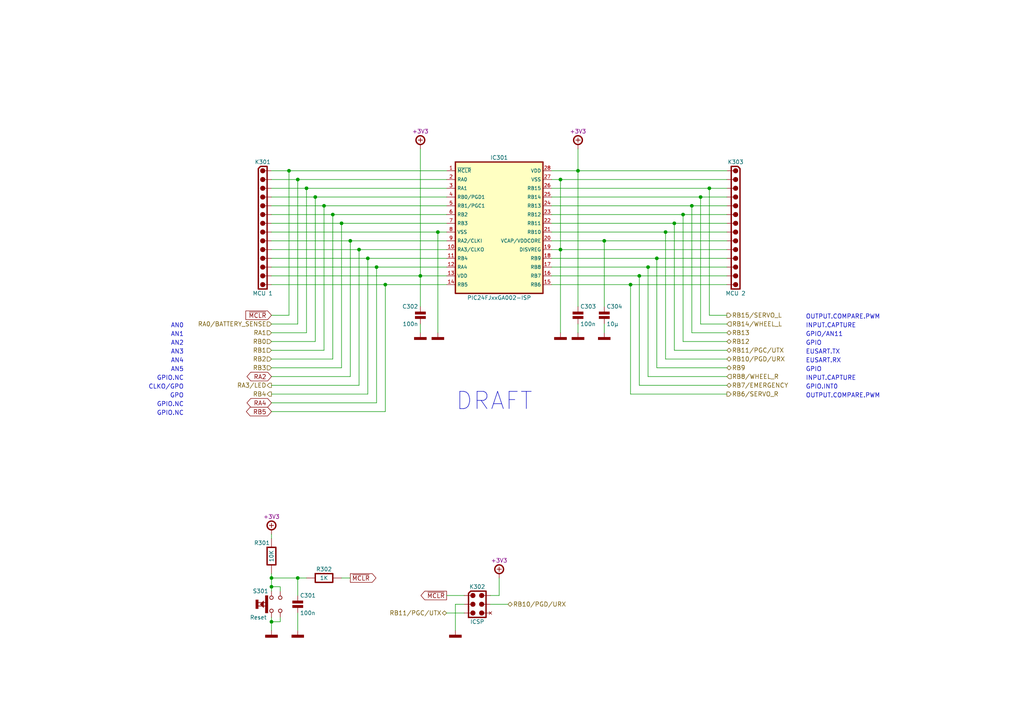
<source format=kicad_sch>
(kicad_sch (version 20211123) (generator eeschema)
  (paper "A4")
  (title_block (title "MCU") (date "01/2022") (rev "A") (comment 1 "TBOT - MCU PIC-16Bit"))
  (lib_symbols
    (symbol "tronixio:ALPS-SKRPAC" (pin_numbers hide) (pin_names (offset 0) hide)
      (property "Reference" "S" (at 0 7.62 0))
      (property "Value" "ALPS-SKRPAC" (at 0 -5.08 0))
      (symbol "ALPS-SKRPAC_0_1"
        (rectangle (start -2.54 1.778) (end 2.54 1.016) (stroke (width 0.001)) (fill (type outline)))
        (circle (center -1.905 -2.54) (radius 0.508) (stroke (width 0.2)))
        (circle (center -1.905 0) (radius 0.508) (stroke (width 0.2)))
        (rectangle (start -1.27 4.572) (end 1.27 3.81) (stroke (width 0.001)) (fill (type outline)))
        (polyline (pts (xy -0.508 1.778) (xy -0.508 3.81)) (stroke (width 0.2)))
        (polyline (pts (xy 0.508 1.778) (xy 0.508 3.81)) (stroke (width 0.2)))
        (polyline (pts (xy -1.016 2.286) (xy 1.016 2.286) (xy 0 3.302) (xy -1.016 2.286)) (stroke (width 0.001)) (fill (type outline)))
        (circle (center 1.905 -2.54) (radius 0.508) (stroke (width 0.2)))
        (circle (center 1.905 0) (radius 0.508) (stroke (width 0.2)))
        (pin passive line (at -3.81 0 0) (length 1.27) (name "1") (number "1"))
        (pin passive line (at -3.81 -2.54 0) (length 1.27) (name "2") (number "2"))
        (pin passive line (at 3.81 0 180) (length 1.27) (name "3") (number "3"))
        (pin passive line (at 3.81 -2.54 180) (length 1.27) (name "4") (number "4"))
      )
    )
    (symbol "tronixio:C-1206" (pin_numbers hide) (pin_names (offset 0) hide)
      (property "Reference" "C" (at 0.635 2.54 0))
      (property "Value" "C-1206" (at 0.635 -2.54 0))
      (symbol "C-1206_0_1"
        (rectangle (start -1.524 -0.254) (end 1.524 -1.016) (stroke (width 0.001)) (fill (type outline)))
        (rectangle (start -1.524 1.016) (end 1.524 0.254) (stroke (width 0.001)) (fill (type outline)))
      )
      (symbol "C-1206_1_1"
        (pin passive line (at 0 2.54 270) (length 1.905) (name "~") (number "1"))
        (pin passive line (at 0 -2.54 90) (length 1.905) (name "~") (number "2"))
      )
    )
    (symbol "tronixio:HARWIN-254-M-1X14-VERTICAL" (pin_numbers hide) (pin_names (offset 0) hide)
      (property "Reference" "K" (at 0 2.54 0))
      (property "Value" "HARWIN-254-M-1X14-VERTICAL" (at 0 -35.56 0))
      (symbol "HARWIN-254-M-1X14-VERTICAL_0_1"
        (circle (center 0 -33.02) (radius 0.635) (stroke (width 0.2)) (fill (type outline)))
        (circle (center 0 -30.48) (radius 0.635) (stroke (width 0.2)) (fill (type outline)))
        (circle (center 0 -27.94) (radius 0.635) (stroke (width 0.2)) (fill (type outline)))
        (circle (center 0 -25.4) (radius 0.635) (stroke (width 0.2)) (fill (type outline)))
        (circle (center 0 -22.86) (radius 0.635) (stroke (width 0.2)) (fill (type outline)))
        (circle (center 0 -20.32) (radius 0.635) (stroke (width 0.2)) (fill (type outline)))
        (circle (center 0 -17.78) (radius 0.635) (stroke (width 0.2)) (fill (type outline)))
        (circle (center 0 -15.24) (radius 0.635) (stroke (width 0.2)) (fill (type outline)))
        (circle (center 0 -12.7) (radius 0.635) (stroke (width 0.2)) (fill (type outline)))
        (circle (center 0 -10.16) (radius 0.635) (stroke (width 0.2)) (fill (type outline)))
        (circle (center 0 -7.62) (radius 0.635) (stroke (width 0.2)) (fill (type outline)))
        (circle (center 0 -5.08) (radius 0.635) (stroke (width 0.2)) (fill (type outline)))
        (circle (center 0 -2.54) (radius 0.635) (stroke (width 0.2)) (fill (type outline)))
        (polyline (pts (xy -1.27 -34.29) (xy 1.27 -34.29) (xy 1.27 0.635) (xy 0.635 1.27) (xy -1.27 1.27) (xy -1.27 -34.29)) (stroke (width 0.4)))
        (circle (center 0 0) (radius 0.635) (stroke (width 0.2)) (fill (type outline)))
      )
      (symbol "HARWIN-254-M-1X14-VERTICAL_1_1"
        (pin passive line (at -2.54 0 0) (length 1.905) (name "Pin_1") (number "1"))
        (pin passive line (at -2.54 -22.86 0) (length 1.905) (name "Pin_10") (number "10"))
        (pin passive line (at -2.54 -25.4 0) (length 1.905) (name "Pin_11") (number "11"))
        (pin passive line (at -2.54 -27.94 0) (length 1.905) (name "Pin_12") (number "12"))
        (pin passive line (at -2.54 -30.48 0) (length 1.905) (name "Pin_13") (number "13"))
        (pin passive line (at -2.54 -33.02 0) (length 1.905) (name "Pin_14") (number "14"))
        (pin passive line (at -2.54 -2.54 0) (length 1.905) (name "Pin_2") (number "2"))
        (pin passive line (at -2.54 -5.08 0) (length 1.905) (name "Pin_3") (number "3"))
        (pin passive line (at -2.54 -7.62 0) (length 1.905) (name "Pin_4") (number "4"))
        (pin passive line (at -2.54 -10.16 0) (length 1.905) (name "Pin_5") (number "5"))
        (pin passive line (at -2.54 -12.7 0) (length 1.905) (name "Pin_6") (number "6"))
        (pin passive line (at -2.54 -15.24 0) (length 1.905) (name "Pin_7") (number "7"))
        (pin passive line (at -2.54 -17.78 0) (length 1.905) (name "Pin_8") (number "8"))
        (pin passive line (at -2.54 -20.32 0) (length 1.905) (name "Pin_9") (number "9"))
      )
    )
    (symbol "tronixio:MICROCHIP-ICSP-M-2x03" (pin_numbers hide) (pin_names (offset 0) hide)
      (property "Reference" "K" (at 1.27 2.54 0))
      (property "Value" "MICROCHIP-ICSP-M-2x03" (at 1.27 -7.62 0))
      (symbol "MICROCHIP-ICSP-M-2x03_0_0"
        (circle (center 0 -5.08) (radius 0.635) (stroke (width 0.2)) (fill (type outline)))
        (circle (center 0 -2.54) (radius 0.635) (stroke (width 0.2)) (fill (type outline)))
        (polyline (pts (xy -1.27 -6.35) (xy 3.81 -6.35) (xy 3.81 1.27) (xy -0.635 1.27) (xy -1.27 0.635) (xy -1.27 -6.35)) (stroke (width 0.4)))
        (circle (center 0 0) (radius 0.635) (stroke (width 0.2)) (fill (type outline)))
        (circle (center 2.54 -5.08) (radius 0.635) (stroke (width 0.2)) (fill (type outline)))
        (circle (center 2.54 -2.54) (radius 0.635) (stroke (width 0.2)) (fill (type outline)))
        (circle (center 2.54 0) (radius 0.635) (stroke (width 0.2)) (fill (type outline)))
      )
      (symbol "MICROCHIP-ICSP-M-2x03_1_1"
        (pin input line (at -2.54 0 0) (length 1.905) (name "~{MCLR}") (number "1"))
        (pin power_in line (at 5.08 0 180) (length 1.905) (name "VDD") (number "2"))
        (pin passive line (at -2.54 -2.54 0) (length 1.905) (name "GND") (number "3"))
        (pin bidirectional line (at 5.08 -2.54 180) (length 1.905) (name "PGD") (number "4"))
        (pin input line (at -2.54 -5.08 0) (length 1.905) (name "PGC") (number "5"))
        (pin no_connect line (at 5.08 -5.08 180) (length 1.905) (name "NC") (number "6"))
      )
    )
    (symbol "tronixio:MICROCHIP-PIC24FJxxGA002-ISP" (pin_names (offset 0.5))
      (property "Reference" "IC" (at 0 22.86 0))
      (property "Value" "MICROCHIP-PIC24FJxxGA002-ISP" (at 0 20.32 0))
      (symbol "MICROCHIP-PIC24FJxxGA002-ISP_0_1"
        (rectangle (start -12.7 -19.05) (end 12.7 19.05) (stroke (width 0.4)) (fill (type background)))
      )
      (symbol "MICROCHIP-PIC24FJxxGA002-ISP_1_1"
        (pin input line (at -15.24 16.51 0) (length 2.54) (name "~{MCLR}") (number "1"))
        (pin bidirectional line (at -15.24 -6.35 0) (length 2.54) (name "RA3/CLKO") (number "10"))
        (pin bidirectional line (at -15.24 -8.89 0) (length 2.54) (name "RB4") (number "11"))
        (pin bidirectional line (at -15.24 -11.43 0) (length 2.54) (name "RA4") (number "12"))
        (pin power_in line (at -15.24 -13.97 0) (length 2.54) (name "VDD") (number "13"))
        (pin bidirectional line (at -15.24 -16.51 0) (length 2.54) (name "RB5") (number "14"))
        (pin bidirectional line (at 15.24 -16.51 180) (length 2.54) (name "RB6") (number "15"))
        (pin bidirectional line (at 15.24 -13.97 180) (length 2.54) (name "RB7") (number "16"))
        (pin bidirectional line (at 15.24 -11.43 180) (length 2.54) (name "RB8") (number "17"))
        (pin bidirectional line (at 15.24 -8.89 180) (length 2.54) (name "RB9") (number "18"))
        (pin power_in line (at 15.24 -6.35 180) (length 2.54) (name "DISVREG") (number "19"))
        (pin bidirectional line (at -15.24 13.97 0) (length 2.54) (name "RA0") (number "2"))
        (pin power_in line (at 15.24 -3.81 180) (length 2.54) (name "VCAP/VDDCORE") (number "20"))
        (pin bidirectional line (at 15.24 -1.27 180) (length 2.54) (name "RB10") (number "21"))
        (pin bidirectional line (at 15.24 1.27 180) (length 2.54) (name "RB11") (number "22"))
        (pin bidirectional line (at 15.24 3.81 180) (length 2.54) (name "RB12") (number "23"))
        (pin bidirectional line (at 15.24 6.35 180) (length 2.54) (name "RB13") (number "24"))
        (pin bidirectional line (at 15.24 8.89 180) (length 2.54) (name "RB14") (number "25"))
        (pin bidirectional line (at 15.24 11.43 180) (length 2.54) (name "RB15") (number "26"))
        (pin power_in line (at 15.24 13.97 180) (length 2.54) (name "VSS") (number "27"))
        (pin power_in line (at 15.24 16.51 180) (length 2.54) (name "VDD") (number "28"))
        (pin bidirectional line (at -15.24 11.43 0) (length 2.54) (name "RA1") (number "3"))
        (pin bidirectional line (at -15.24 8.89 0) (length 2.54) (name "RB0/PGD1") (number "4"))
        (pin bidirectional line (at -15.24 6.35 0) (length 2.54) (name "RB1/PGC1") (number "5"))
        (pin bidirectional line (at -15.24 3.81 0) (length 2.54) (name "RB2") (number "6"))
        (pin bidirectional line (at -15.24 1.27 0) (length 2.54) (name "RB3") (number "7"))
        (pin power_in line (at -15.24 -1.27 0) (length 2.54) (name "VSS") (number "8"))
        (pin bidirectional line (at -15.24 -3.81 0) (length 2.54) (name "RA2/CLKI") (number "9"))
      )
    )
    (symbol "tronixio:POWER-+3V3" (power) (pin_numbers hide) (pin_names (offset 0) hide)
      (property "Name" "+3V3" (at 0 5.08 0))
      (symbol "POWER-+3V3_0_1"
        (polyline (pts (xy -0.635 2.54) (xy 0.635 2.54)) (stroke (width 0.2)))
        (polyline (pts (xy 0 1.905) (xy 0 3.175)) (stroke (width 0.2)))
        (circle (center 0 2.54) (radius 1.27) (stroke (width 0.4)))
      )
      (symbol "POWER-+3V3_1_1"
        (pin power_in line (at 0 0 90) (length 1.27) (name "+3V3") (number "1"))
      )
    )
    (symbol "tronixio:POWER-GND" (power) (pin_numbers hide) (pin_names (offset 0) hide)
      (symbol "POWER-GND_0_1"
        (rectangle (start -1.778 -2.032) (end 1.778 -1.27) (stroke (width 0.001)) (fill (type outline)))
      )
      (symbol "POWER-GND_1_1"
        (pin power_in line (at 0 0 270) (length 1.27) (name "GND") (number "1"))
      )
    )
    (symbol "tronixio:R-1206" (pin_numbers hide) (pin_names (offset 0) hide)
      (property "Reference" "R" (at 2.54 0 90))
      (property "Value" "R-1206" (at 0 0 90))
      (symbol "R-1206_0_1"
        (rectangle (start -1.27 -2.54) (end 1.27 2.54) (stroke (width 0.4)))
      )
      (symbol "R-1206_1_1"
        (pin passive line (at 0 5.08 270) (length 2.54) (name "~") (number "1"))
        (pin passive line (at 0 -5.08 90) (length 2.54) (name "~") (number "2"))
      )
    )
  )
  (junction (at 78.74 167.64) (diameter 0.9144))
  (junction (at 99.06 64.77))
  (junction (at 190.5 74.93))
  (junction (at 106.68 74.93))
  (junction (at 182.88 82.55))
  (junction (at 162.56 72.39))
  (junction (at 86.36 52.07))
  (junction (at 101.6 69.85))
  (junction (at 86.36 167.64))
  (junction (at 109.22 77.47))
  (junction (at 93.98 59.69))
  (junction (at 205.74 54.61))
  (junction (at 111.76 82.55))
  (junction (at 200.66 59.69))
  (junction (at 203.2 57.15))
  (junction (at 88.9 54.61))
  (junction (at 121.92 80.01))
  (junction (at 193.04 67.31))
  (junction (at 78.74 180.34) (diameter 0.9144))
  (junction (at 195.58 64.77))
  (junction (at 167.64 49.53))
  (junction (at 96.52 62.23))
  (junction (at 127 67.31))
  (junction (at 185.42 80.01))
  (junction (at 187.96 77.47))
  (junction (at 198.12 62.23))
  (junction (at 91.44 57.15))
  (junction (at 78.74 170.18) (diameter 0.9144))
  (junction (at 175.26 69.85))
  (junction (at 83.82 49.53))
  (junction (at 104.14 72.39))
  (junction (at 162.56 52.07))
  (wire (pts (xy 132.08 175.26) (xy 132.08 182.88)))
  (wire (pts (xy 134.62 175.26) (xy 132.08 175.26)))
  (wire (pts (xy 160.02 49.53) (xy 167.64 49.53)))
  (wire (pts (xy 121.92 80.01) (xy 129.54 80.01)))
  (wire (pts (xy 127 67.31) (xy 127 96.52)))
  (wire (pts (xy 78.74 67.31) (xy 127 67.31)))
  (wire (pts (xy 190.5 74.93) (xy 210.82 74.93)))
  (wire (pts (xy 78.74 57.15) (xy 91.44 57.15)))
  (wire (pts (xy 86.36 52.07) (xy 86.36 93.98)))
  (wire (pts (xy 78.74 167.64) (xy 86.36 167.64)))
  (wire (pts (xy 86.36 172.72) (xy 86.36 167.64)))
  (wire (pts (xy 101.6 69.85) (xy 129.54 69.85)))
  (wire (pts (xy 160.02 82.55) (xy 182.88 82.55)))
  (wire (pts (xy 160.02 67.31) (xy 193.04 67.31)))
  (wire (pts (xy 86.36 52.07) (xy 129.54 52.07)))
  (wire (pts (xy 160.02 72.39) (xy 162.56 72.39)))
  (wire (pts (xy 210.82 114.3) (xy 182.88 114.3)))
  (wire (pts (xy 210.82 106.68) (xy 190.5 106.68)))
  (wire (pts (xy 193.04 104.14) (xy 210.82 104.14)))
  (wire (pts (xy 200.66 59.69) (xy 200.66 96.52)))
  (wire (pts (xy 99.06 64.77) (xy 129.54 64.77)))
  (wire (pts (xy 175.26 96.52) (xy 175.26 93.98)))
  (wire (pts (xy 127 67.31) (xy 129.54 67.31)))
  (wire (pts (xy 198.12 62.23) (xy 198.12 99.06)))
  (wire (pts (xy 193.04 67.31) (xy 193.04 104.14)))
  (wire (pts (xy 185.42 80.01) (xy 210.82 80.01)))
  (wire (pts (xy 187.96 77.47) (xy 210.82 77.47)))
  (wire (pts (xy 160.02 69.85) (xy 175.26 69.85)))
  (wire (pts (xy 195.58 64.77) (xy 195.58 101.6)))
  (wire (pts (xy 200.66 59.69) (xy 210.82 59.69)))
  (wire (pts (xy 83.82 49.53) (xy 129.54 49.53)))
  (wire (pts (xy 160.02 74.93) (xy 190.5 74.93)))
  (wire (pts (xy 160.02 52.07) (xy 162.56 52.07)))
  (wire (pts (xy 205.74 54.61) (xy 210.82 54.61)))
  (wire (pts (xy 78.74 80.01) (xy 121.92 80.01)))
  (wire (pts (xy 83.82 49.53) (xy 83.82 91.44)))
  (wire (pts (xy 162.56 72.39) (xy 162.56 96.52)))
  (wire (pts (xy 198.12 62.23) (xy 210.82 62.23)))
  (wire (pts (xy 91.44 57.15) (xy 129.54 57.15)))
  (wire (pts (xy 78.74 119.38) (xy 111.76 119.38)))
  (wire (pts (xy 78.74 69.85) (xy 101.6 69.85)))
  (wire (pts (xy 162.56 52.07) (xy 162.56 72.39)))
  (wire (pts (xy 167.64 43.18) (xy 167.64 49.53)))
  (wire (pts (xy 129.54 177.8) (xy 134.62 177.8)))
  (wire (pts (xy 195.58 64.77) (xy 210.82 64.77)))
  (wire (pts (xy 182.88 82.55) (xy 182.88 114.3)))
  (wire (pts (xy 99.06 167.64) (xy 101.6 167.64)))
  (wire (pts (xy 78.74 109.22) (xy 101.6 109.22)))
  (wire (pts (xy 78.74 154.94) (xy 78.74 156.21)))
  (wire (pts (xy 111.76 82.55) (xy 111.76 119.38)))
  (wire (pts (xy 78.74 111.76) (xy 104.14 111.76)))
  (wire (pts (xy 96.52 62.23) (xy 129.54 62.23)))
  (wire (pts (xy 101.6 69.85) (xy 101.6 109.22)))
  (wire (pts (xy 78.74 170.18) (xy 81.28 170.18)))
  (wire (pts (xy 81.28 171.45) (xy 81.28 170.18)))
  (wire (pts (xy 167.64 96.52) (xy 167.64 93.98)))
  (wire (pts (xy 78.74 180.34) (xy 81.28 180.34)))
  (wire (pts (xy 81.28 179.07) (xy 81.28 180.34)))
  (wire (pts (xy 203.2 57.15) (xy 210.82 57.15)))
  (wire (pts (xy 187.96 77.47) (xy 187.96 109.22)))
  (wire (pts (xy 78.74 72.39) (xy 104.14 72.39)))
  (wire (pts (xy 193.04 67.31) (xy 210.82 67.31)))
  (wire (pts (xy 99.06 64.77) (xy 99.06 106.68)))
  (wire (pts (xy 160.02 59.69) (xy 200.66 59.69)))
  (wire (pts (xy 78.74 114.3) (xy 106.68 114.3)))
  (wire (pts (xy 121.92 80.01) (xy 121.92 88.9)))
  (wire (pts (xy 78.74 96.52) (xy 88.9 96.52)))
  (wire (pts (xy 195.58 101.6) (xy 210.82 101.6)))
  (wire (pts (xy 104.14 72.39) (xy 129.54 72.39)))
  (wire (pts (xy 162.56 72.39) (xy 210.82 72.39)))
  (wire (pts (xy 109.22 77.47) (xy 129.54 77.47)))
  (wire (pts (xy 78.74 54.61) (xy 88.9 54.61)))
  (wire (pts (xy 142.24 172.72) (xy 144.78 172.72)))
  (wire (pts (xy 144.78 167.64) (xy 144.78 172.72)))
  (wire (pts (xy 78.74 59.69) (xy 93.98 59.69)))
  (wire (pts (xy 86.36 167.64) (xy 88.9 167.64)))
  (wire (pts (xy 88.9 54.61) (xy 129.54 54.61)))
  (wire (pts (xy 182.88 82.55) (xy 210.82 82.55)))
  (wire (pts (xy 162.56 52.07) (xy 210.82 52.07)))
  (wire (pts (xy 88.9 54.61) (xy 88.9 96.52)))
  (wire (pts (xy 78.74 166.37) (xy 78.74 167.64)))
  (wire (pts (xy 78.74 116.84) (xy 109.22 116.84)))
  (wire (pts (xy 160.02 77.47) (xy 187.96 77.47)))
  (wire (pts (xy 203.2 57.15) (xy 203.2 93.98)))
  (wire (pts (xy 78.74 179.07) (xy 78.74 180.34)))
  (wire (pts (xy 78.74 180.34) (xy 78.74 182.88)))
  (wire (pts (xy 203.2 93.98) (xy 210.82 93.98)))
  (wire (pts (xy 121.92 43.18) (xy 121.92 80.01)))
  (wire (pts (xy 121.92 93.98) (xy 121.92 96.52)))
  (wire (pts (xy 78.74 77.47) (xy 109.22 77.47)))
  (wire (pts (xy 160.02 54.61) (xy 205.74 54.61)))
  (wire (pts (xy 78.74 93.98) (xy 86.36 93.98)))
  (wire (pts (xy 78.74 49.53) (xy 83.82 49.53)))
  (wire (pts (xy 200.66 96.52) (xy 210.82 96.52)))
  (wire (pts (xy 198.12 99.06) (xy 210.82 99.06)))
  (wire (pts (xy 96.52 62.23) (xy 96.52 104.14)))
  (wire (pts (xy 78.74 64.77) (xy 99.06 64.77)))
  (wire (pts (xy 160.02 62.23) (xy 198.12 62.23)))
  (wire (pts (xy 142.24 175.26) (xy 147.32 175.26)))
  (wire (pts (xy 167.64 49.53) (xy 210.82 49.53)))
  (wire (pts (xy 205.74 54.61) (xy 205.74 91.44)))
  (wire (pts (xy 190.5 74.93) (xy 190.5 106.68)))
  (wire (pts (xy 78.74 106.68) (xy 99.06 106.68)))
  (wire (pts (xy 109.22 77.47) (xy 109.22 116.84)))
  (wire (pts (xy 175.26 69.85) (xy 175.26 88.9)))
  (wire (pts (xy 78.74 82.55) (xy 111.76 82.55)))
  (wire (pts (xy 93.98 59.69) (xy 93.98 101.6)))
  (wire (pts (xy 106.68 74.93) (xy 129.54 74.93)))
  (wire (pts (xy 210.82 111.76) (xy 185.42 111.76)))
  (wire (pts (xy 78.74 99.06) (xy 91.44 99.06)))
  (wire (pts (xy 160.02 64.77) (xy 195.58 64.77)))
  (wire (pts (xy 175.26 69.85) (xy 210.82 69.85)))
  (wire (pts (xy 91.44 57.15) (xy 91.44 99.06)))
  (wire (pts (xy 160.02 80.01) (xy 185.42 80.01)))
  (wire (pts (xy 86.36 177.8) (xy 86.36 182.88)))
  (wire (pts (xy 205.74 91.44) (xy 210.82 91.44)))
  (wire (pts (xy 111.76 82.55) (xy 129.54 82.55)))
  (wire (pts (xy 160.02 57.15) (xy 203.2 57.15)))
  (wire (pts (xy 129.54 172.72) (xy 134.62 172.72)))
  (wire (pts (xy 78.74 52.07) (xy 86.36 52.07)))
  (wire (pts (xy 78.74 167.64) (xy 78.74 170.18)))
  (wire (pts (xy 78.74 170.18) (xy 78.74 171.45)))
  (wire (pts (xy 185.42 80.01) (xy 185.42 111.76)))
  (wire (pts (xy 78.74 104.14) (xy 96.52 104.14)))
  (wire (pts (xy 187.96 109.22) (xy 210.82 109.22)))
  (wire (pts (xy 78.74 74.93) (xy 106.68 74.93)))
  (wire (pts (xy 167.64 49.53) (xy 167.64 88.9)))
  (wire (pts (xy 78.74 62.23) (xy 96.52 62.23)))
  (wire (pts (xy 104.14 72.39) (xy 104.14 111.76)))
  (wire (pts (xy 106.68 74.93) (xy 106.68 114.3)))
  (wire (pts (xy 93.98 59.69) (xy 129.54 59.69)))
  (wire (pts (xy 78.74 91.44) (xy 83.82 91.44)))
  (wire (pts (xy 78.74 101.6) (xy 93.98 101.6)))
  (text "GPIO" (at 233.68 100.33 0) (effects (font (size 1.27 1.27)) (justify left bottom)))
  (text "GPIO.NC" (at 53.34 120.65 180) (effects (font (size 1.27 1.27)) (justify right bottom)))
  (text "EUSART.RX" (at 233.68 105.41 0) (effects (font (size 1.27 1.27)) (justify left bottom)))
  (text "CLKO/GPO" (at 53.34 113.03 180) (effects (font (size 1.27 1.27)) (justify right bottom)))
  (text "DRAFT" (at 132.08 119.38 0) (effects (font (size 5 5)) (justify left bottom)))
  (text "INPUT.CAPTURE" (at 233.68 95.25 0) (effects (font (size 1.27 1.27)) (justify left bottom)))
  (text "AN3" (at 53.34 102.87 180) (effects (font (size 1.27 1.27)) (justify right bottom)))
  (text "GPIO" (at 233.68 107.95 0) (effects (font (size 1.27 1.27)) (justify left bottom)))
  (text "AN4" (at 53.34 105.41 180) (effects (font (size 1.27 1.27)) (justify right bottom)))
  (text "GPIO/AN11" (at 233.68 97.79 0) (effects (font (size 1.27 1.27)) (justify left bottom)))
  (text "GPO" (at 53.34 115.57 180) (effects (font (size 1.27 1.27)) (justify right bottom)))
  (text "OUTPUT.COMPARE.PWM" (at 233.68 115.57 0) (effects (font (size 1.27 1.27)) (justify left bottom)))
  (text "GPIO.NC" (at 53.34 118.11 180) (effects (font (size 1.27 1.27)) (justify right bottom)))
  (text "GPIO.NC" (at 53.34 110.49 180) (effects (font (size 1.27 1.27)) (justify right bottom)))
  (text "AN5" (at 53.34 107.95 180) (effects (font (size 1.27 1.27)) (justify right bottom)))
  (text "AN2" (at 53.34 100.33 180) (effects (font (size 1.27 1.27)) (justify right bottom)))
  (text "GPIO.INT0" (at 233.68 113.03 0) (effects (font (size 1.27 1.27)) (justify left bottom)))
  (text "INPUT.CAPTURE" (at 233.68 110.49 0) (effects (font (size 1.27 1.27)) (justify left bottom)))
  (text "OUTPUT.COMPARE.PWM" (at 233.68 92.71 0) (effects (font (size 1.27 1.27)) (justify left bottom)))
  (text "AN1" (at 53.34 97.79 180) (effects (font (size 1.27 1.27)) (justify right bottom)))
  (text "AN0" (at 53.34 95.25 180) (effects (font (size 1.27 1.27)) (justify right bottom)))
  (text "EUSART.TX" (at 233.68 102.87 0) (effects (font (size 1.27 1.27)) (justify left bottom)))
  (global_label "RA4" (shape bidirectional) (at 78.74 116.84 180) (property "Intersheet References" "${INTERSHEET_REFS}" (effects hide)))
  (global_label "~{MCLR}" (shape output) (at 129.54 172.72 180) (property "Intersheet References" "${INTERSHEET_REFS}" (effects hide)))
  (global_label "~{MCLR}" (shape output) (at 101.6 167.64 0) (property "Intersheet References" "${INTERSHEET_REFS}" (effects hide)))
  (global_label "RB5" (shape bidirectional) (at 78.74 119.38 180) (property "Intersheet References" "${INTERSHEET_REFS}" (effects hide)))
  (global_label "RA2" (shape bidirectional) (at 78.74 109.22 180) (property "Intersheet References" "${INTERSHEET_REFS}" (effects hide)))
  (global_label "~{MCLR}" (shape input) (at 78.74 91.44 180) (property "Intersheet References" "${INTERSHEET_REFS}" (effects hide)))
  (hierarchical_label "RB14{slash}WHEEL_L" (shape input) (at 210.82 93.98 0))
  (hierarchical_label "RB10{slash}PGD{slash}URX" (shape bidirectional) (at 210.82 104.14 0))
  (hierarchical_label "RB11{slash}PGC{slash}UTX" (shape bidirectional) (at 129.54 177.8 180))
  (hierarchical_label "RB7{slash}EMERGENCY" (shape bidirectional) (at 210.82 111.76 0))
  (hierarchical_label "RB3" (shape input) (at 78.74 106.68 180))
  (hierarchical_label "RB4" (shape output) (at 78.74 114.3 180))
  (hierarchical_label "RA3{slash}LED" (shape output) (at 78.74 111.76 180))
  (hierarchical_label "RA1" (shape input) (at 78.74 96.52 180))
  (hierarchical_label "RB8{slash}WHEEL_R" (shape input) (at 210.82 109.22 0))
  (hierarchical_label "RB6{slash}SERVO_R" (shape output) (at 210.82 114.3 0))
  (hierarchical_label "RB2" (shape input) (at 78.74 104.14 180))
  (hierarchical_label "RA0{slash}BATTERY_SENSE" (shape input) (at 78.74 93.98 180))
  (hierarchical_label "RB10{slash}PGD{slash}URX" (shape bidirectional) (at 147.32 175.26 0))
  (hierarchical_label "RB13" (shape bidirectional) (at 210.82 96.52 0))
  (hierarchical_label "RB0" (shape input) (at 78.74 99.06 180))
  (hierarchical_label "RB9" (shape bidirectional) (at 210.82 106.68 0))
  (hierarchical_label "RB1" (shape input) (at 78.74 101.6 180))
  (hierarchical_label "RB11{slash}PGC{slash}UTX" (shape bidirectional) (at 210.82 101.6 0))
  (hierarchical_label "RB15{slash}SERVO_L" (shape output) (at 210.82 91.44 0))
  (hierarchical_label "RB12" (shape bidirectional) (at 210.82 99.06 0))
  (symbol (lib_id "tronixio:POWER-+3V3") (at 121.92 43.18 0) (unit 1)
    (property "Reference" "#PWR0304" (effects hide))
    (property "Value" "POWER-+5V" (effects hide))
    (property "Name" "+3V3" (at 121.92 38.1 0) (effects (font (size 1.15 1.15))))
  )
  (symbol (lib_id "tronixio:ALPS-SKRPAC") (at 78.74 175.26 90) (unit 1)
    (property "Reference" "S301" (at 75.565 171.45 90) (effects (font (size 1.15 1.15))))
    (property "Value" "Reset" (at 74.93 179.07 90) (effects (font (size 1.15 1.15))))
    (property "Footprint" "tronixio:ALPS-SKRPAC" (effects hide))
    (property "Datasheet" "http://www.alps.com/prod/info/E/HTML/Tact/SurfaceMount/SKRP/SKRPACE010.html" (effects hide))
    (property "MOUSER" "688-SKRPACE010" (effects hide))
  )
  (symbol (lib_id "tronixio:C-1206") (at 121.92 91.44 0) (unit 1)
    (property "Reference" "C302" (at 121.285 88.9 0) (effects (font (size 1.15 1.15)) (justify right)))
    (property "Value" "100n" (at 121.285 93.98 0) (effects (font (size 1.15 1.15)) (justify right)))
    (property "Footprint" "tronixio:CAPACITOR-1206" (effects hide))
  )
  (symbol (lib_id "tronixio:HARWIN-254-M-1X14-VERTICAL") (at 213.36 49.53 0) (unit 1)
    (property "Reference" "K303" (at 213.36 46.99 0) (effects (font (size 1.15 1.15))))
    (property "Value" "MCU 2" (at 213.36 85.09 0) (effects (font (size 1.15 1.15))))
    (property "Footprint" "tronixio:HARWIN-M20-999144x" (effects hide))
    (property "Datasheet" "https://www.harwin.com/products/M20-9991446/" (effects hide))
    (property "MOUSER" "855-M20-999144" (effects hide))
  )
  (symbol (lib_id "tronixio:POWER-GND") (at 175.26 96.52 0) (unit 1)
    (property "Reference" "#PWR0312" (effects hide))
    (property "Value" "GND" (effects hide))
  )
  (symbol (lib_id "tronixio:C-1206") (at 86.36 175.26 0) (unit 1)
    (property "Reference" "C301" (at 86.995 172.72 0) (effects (font (size 1.15 1.15)) (justify left)))
    (property "Value" "100n" (at 86.995 177.8 0) (effects (font (size 1.15 1.15)) (justify left)))
    (property "Footprint" "tronixio:CAPACITOR-1206" (effects hide))
  )
  (symbol (lib_id "tronixio:MICROCHIP-PIC24FJxxGA002-ISP") (at 144.78 66.04 0) (unit 1)
    (property "Reference" "IC301" (at 144.78 45.72 0) (effects (font (size 1.15 1.15))))
    (property "Value" "PIC24FJxxGA002-ISP" (at 144.78 86.36 0) (effects (font (size 1.15 1.15))))
    (property "Footprint" "tronixio:DIP-28-W762" (effects hide))
    (property "Datasheet" "https://ww1.microchip.com/downloads/en/devicedoc/39881e.pdf" (effects hide))
    (property "MOUSER" "579-PIC24FJ32GA002SP" (effects hide))
  )
  (symbol (lib_id "tronixio:POWER-GND") (at 162.56 96.52 0) (unit 1)
    (property "Reference" "#PWR0309" (effects hide))
    (property "Value" "GND" (effects hide))
  )
  (symbol (lib_id "tronixio:POWER-+3V3") (at 167.64 43.18 0) (unit 1)
    (property "Reference" "#PWR0310" (effects hide))
    (property "Value" "POWER-+5V" (effects hide))
    (property "Name" "+3V3" (at 167.64 38.1 0) (effects (font (size 1.15 1.15))))
  )
  (symbol (lib_id "tronixio:POWER-GND") (at 121.92 96.52 0) (unit 1)
    (property "Reference" "#PWR0305" (effects hide))
    (property "Value" "GND" (effects hide))
  )
  (symbol (lib_id "tronixio:R-1206") (at 93.98 167.64 270) (unit 1)
    (property "Reference" "R302" (at 93.98 165.1 90) (effects (font (size 1.15 1.15))))
    (property "Value" "1K" (at 93.98 167.64 90) (effects (font (size 1.15 1.15))))
    (property "Footprint" "tronixio:RESISTOR-1206" (effects hide))
  )
  (symbol (lib_id "tronixio:POWER-+3V3") (at 78.74 154.94 0) (unit 1)
    (property "Reference" "#PWR0301" (effects hide))
    (property "Value" "+5V" (effects hide))
    (property "Name" "+3V3" (at 78.74 149.86 0) (effects (font (size 1.15 1.15))))
  )
  (symbol (lib_id "tronixio:POWER-GND") (at 167.64 96.52 0) (unit 1)
    (property "Reference" "#PWR0311" (effects hide))
    (property "Value" "GND" (effects hide))
  )
  (symbol (lib_id "tronixio:POWER-GND") (at 132.08 182.88 0) (unit 1)
    (property "Reference" "#PWR0307" (effects hide))
    (property "Value" "GND" (effects hide))
  )
  (symbol (lib_id "tronixio:C-1206") (at 167.64 91.44 0) (unit 1)
    (property "Reference" "C303" (at 168.275 88.9 0) (effects (font (size 1.15 1.15)) (justify left)))
    (property "Value" "100n" (at 168.275 93.98 0) (effects (font (size 1.15 1.15)) (justify left)))
    (property "Footprint" "tronixio:CAPACITOR-1206" (effects hide))
  )
  (symbol (lib_id "tronixio:MICROCHIP-ICSP-M-2x03") (at 137.16 172.72 0) (unit 1)
    (property "Reference" "K302" (at 138.43 170.18 0) (effects (font (size 1.15 1.15))))
    (property "Value" "ICSP" (at 138.43 180.34 0) (effects (font (size 1.15 1.15))))
    (property "Footprint" "tronixio:HARWIN-M20-998034x" (effects hide))
    (property "Datasheet" "https://ww1.microchip.com/downloads/en/DeviceDoc/30277d.pdf" (effects hide))
    (property "MOUSER" "855-M20-9980346" (effects hide))
  )
  (symbol (lib_id "tronixio:POWER-GND") (at 127 96.52 0) (unit 1)
    (property "Reference" "#PWR0306" (effects hide))
    (property "Value" "GND" (effects hide))
  )
  (symbol (lib_id "tronixio:POWER-+3V3") (at 144.78 167.64 0) (unit 1)
    (property "Reference" "#PWR0308" (effects hide))
    (property "Value" "+5V" (effects hide))
    (property "Name" "+3V3" (at 144.78 162.56 0) (effects (font (size 1.15 1.15))))
  )
  (symbol (lib_id "tronixio:POWER-GND") (at 86.36 182.88 0) (unit 1)
    (property "Reference" "#PWR0303" (effects hide))
    (property "Value" "GND" (effects hide))
  )
  (symbol (lib_id "tronixio:HARWIN-254-M-1X14-VERTICAL") (at 76.2 49.53 0) (mirror y) (unit 1)
    (property "Reference" "K301" (at 76.2 46.99 0) (effects (font (size 1.15 1.15))))
    (property "Value" "MCU 1" (at 76.2 85.09 0) (effects (font (size 1.15 1.15))))
    (property "Footprint" "tronixio:HARWIN-M20-999144x" (effects hide))
    (property "Datasheet" "https://www.harwin.com/products/M20-9991446/" (effects hide))
    (property "MOUSER" "855-M20-999144" (effects hide))
  )
  (symbol (lib_id "tronixio:C-1206") (at 175.26 91.44 0) (unit 1)
    (property "Reference" "C304" (at 175.895 88.9 0) (effects (font (size 1.15 1.15)) (justify left)))
    (property "Value" "10µ" (at 175.895 93.98 0) (effects (font (size 1.15 1.15)) (justify left)))
    (property "Footprint" "tronixio:CAPACITOR-1206" (effects hide))
  )
  (symbol (lib_id "tronixio:POWER-GND") (at 78.74 182.88 0) (unit 1)
    (property "Reference" "#PWR0302" (effects hide))
    (property "Value" "GND" (effects hide))
  )
  (symbol (lib_id "tronixio:R-1206") (at 78.74 161.29 180) (unit 1)
    (property "Reference" "R301" (at 73.66 157.48 0) (effects (font (size 1.15 1.15)) (justify right)))
    (property "Value" "10K" (at 78.74 161.29 90) (effects (font (size 1.15 1.15))))
    (property "Footprint" "tronixio:RESISTOR-1206" (effects hide))
  )
)
</source>
